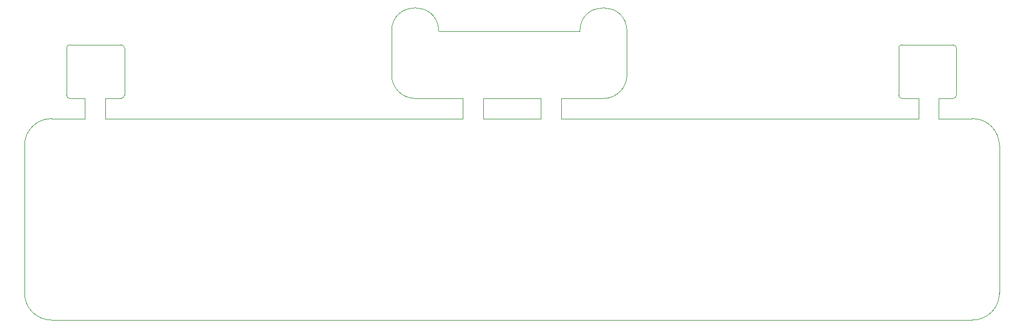
<source format=gbr>
%TF.GenerationSoftware,KiCad,Pcbnew,8.0.4*%
%TF.CreationDate,2024-11-30T13:52:58+01:00*%
%TF.ProjectId,ALL_PCBS,414c4c5f-5043-4425-932e-6b696361645f,rev?*%
%TF.SameCoordinates,Original*%
%TF.FileFunction,Profile,NP*%
%FSLAX46Y46*%
G04 Gerber Fmt 4.6, Leading zero omitted, Abs format (unit mm)*
G04 Created by KiCad (PCBNEW 8.0.4) date 2024-11-30 13:52:58*
%MOMM*%
%LPD*%
G01*
G04 APERTURE LIST*
%TA.AperFunction,Profile*%
%ADD10C,0.050000*%
%TD*%
G04 APERTURE END LIST*
D10*
X152400000Y-91200000D02*
X173400000Y-91200000D01*
X221470000Y-93200000D02*
X221300000Y-93200000D01*
X220800000Y-100700000D02*
X220800000Y-93700000D01*
X97043553Y-95700000D02*
X97043553Y-93700000D01*
X97750000Y-93200000D02*
X103000000Y-93200000D01*
X180400000Y-97700000D02*
G75*
G02*
X176900000Y-101200000I-3500000J0D01*
G01*
X228906447Y-101200000D02*
X226800000Y-101200000D01*
X94800000Y-134200000D02*
G75*
G02*
X90800000Y-130200000I0J4000000D01*
G01*
X90800000Y-108200000D02*
G75*
G02*
X94800000Y-104200000I4000000J0D01*
G01*
X105650000Y-93700000D02*
X105650000Y-100700000D01*
X167600000Y-101200000D02*
X159000000Y-101200000D01*
X159000000Y-104200000D02*
X167600000Y-104200000D01*
X231800000Y-134200000D02*
X94800000Y-134200000D01*
X97043553Y-93700000D02*
G75*
G02*
X97543553Y-93199953I500047J0D01*
G01*
X159000000Y-101200000D02*
X159000000Y-104200000D01*
X231800000Y-104200000D02*
G75*
G02*
X235800000Y-108200000I0J-4000000D01*
G01*
X229406447Y-93700000D02*
X229406447Y-95700000D01*
X170600000Y-101200000D02*
X176900000Y-101200000D01*
X223800000Y-104200000D02*
X170600000Y-104200000D01*
X221300000Y-101200000D02*
G75*
G02*
X220800000Y-100700000I0J500000D01*
G01*
X148900000Y-101200000D02*
G75*
G02*
X145400000Y-97700000I0J3500000D01*
G01*
X156000000Y-104200000D02*
X156000000Y-101200000D01*
X222700000Y-93200000D02*
X221850000Y-93200000D01*
X222750000Y-93200000D02*
X222700000Y-93200000D01*
X103700000Y-93200000D02*
X104600000Y-93200000D01*
X145400000Y-97700000D02*
X145400000Y-91200000D01*
X90800000Y-130200000D02*
X90800000Y-108200000D01*
X97543553Y-101200000D02*
G75*
G02*
X97043600Y-100700000I47J500000D01*
G01*
X226800000Y-104200000D02*
X226800000Y-101200000D01*
X99800000Y-101200000D02*
X97750000Y-101200000D01*
X228906447Y-93200000D02*
G75*
G02*
X229406400Y-93700000I-47J-500000D01*
G01*
X103000000Y-93200000D02*
X103700000Y-93200000D01*
X104980000Y-93200000D02*
X105150000Y-93200000D01*
X97543553Y-93200000D02*
X97750000Y-93200000D01*
X105150000Y-101200000D02*
X102800000Y-101200000D01*
X223450000Y-93200000D02*
X228700000Y-93200000D01*
X102800000Y-104200000D02*
X156000000Y-104200000D01*
X145400000Y-91200000D02*
G75*
G02*
X152400000Y-91200000I3500000J0D01*
G01*
X167600000Y-101200000D02*
X167600000Y-104200000D01*
X228906447Y-93200000D02*
X228700000Y-93200000D01*
X223800000Y-101200000D02*
X221300000Y-101200000D01*
X229406447Y-98700000D02*
X229406447Y-100700000D01*
X105150000Y-93200000D02*
G75*
G02*
X105650000Y-93700000I0J-500000D01*
G01*
X104600000Y-93200000D02*
X104980000Y-93200000D01*
X102800000Y-101200000D02*
X102800000Y-104200000D01*
X229406447Y-95700000D02*
X229406447Y-98700000D01*
X235800000Y-108200000D02*
X235800000Y-130200000D01*
X229406447Y-100700000D02*
G75*
G02*
X228906447Y-101200047I-500047J0D01*
G01*
X97043553Y-98700000D02*
X97043553Y-95700000D01*
X173400000Y-91200000D02*
G75*
G02*
X180400000Y-91200000I3500000J0D01*
G01*
X180400000Y-91200000D02*
X180400000Y-97700000D01*
X94800000Y-104200000D02*
X99800000Y-104200000D01*
X97543553Y-101200000D02*
X97750000Y-101200000D01*
X231800000Y-104200000D02*
X226800000Y-104200000D01*
X223800000Y-101200000D02*
X223800000Y-104200000D01*
X170600000Y-104200000D02*
X170600000Y-101200000D01*
X97043553Y-100700000D02*
X97043553Y-98700000D01*
X221850000Y-93200000D02*
X221470000Y-93200000D01*
X99800000Y-104200000D02*
X99800000Y-101200000D01*
X235800000Y-130200000D02*
G75*
G02*
X231800000Y-134200000I-4000000J0D01*
G01*
X223450000Y-93200000D02*
X222750000Y-93200000D01*
X220800000Y-93700000D02*
G75*
G02*
X221300000Y-93200000I500000J0D01*
G01*
X105650000Y-100700000D02*
G75*
G02*
X105150000Y-101200000I-500000J0D01*
G01*
X156000000Y-101200000D02*
X148900000Y-101200000D01*
M02*

</source>
